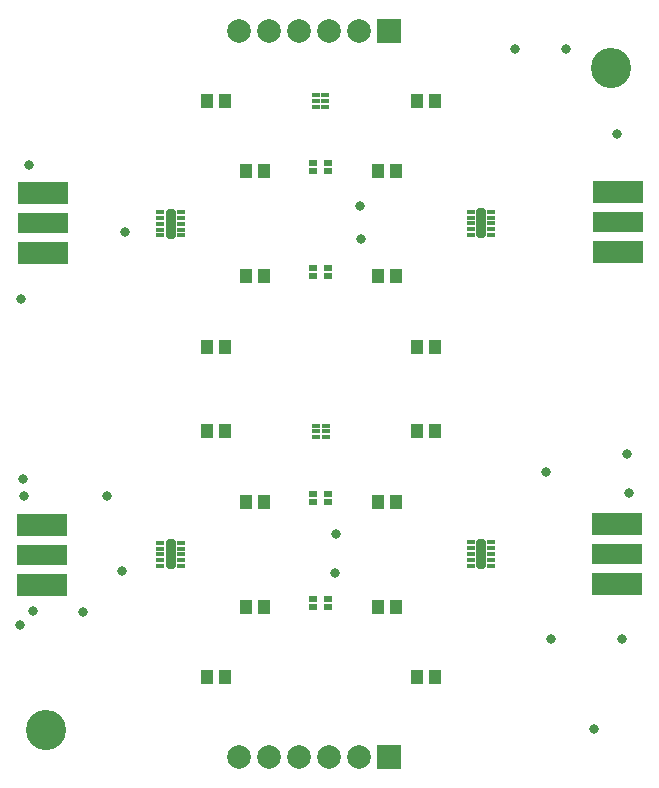
<source format=gts>
G04*
G04 #@! TF.GenerationSoftware,Altium Limited,Altium Designer,24.5.2 (23)*
G04*
G04 Layer_Color=8388736*
%FSLAX25Y25*%
%MOIN*%
G70*
G04*
G04 #@! TF.SameCoordinates,E566BAFE-53A3-49A5-9EFE-4B06B608819B*
G04*
G04*
G04 #@! TF.FilePolarity,Negative*
G04*
G01*
G75*
G04:AMPARAMS|DCode=20|XSize=33.86mil|YSize=98.43mil|CornerRadius=9.45mil|HoleSize=0mil|Usage=FLASHONLY|Rotation=180.000|XOffset=0mil|YOffset=0mil|HoleType=Round|Shape=RoundedRectangle|*
%AMROUNDEDRECTD20*
21,1,0.03386,0.07953,0,0,180.0*
21,1,0.01496,0.09843,0,0,180.0*
1,1,0.01890,-0.00748,0.03976*
1,1,0.01890,0.00748,0.03976*
1,1,0.01890,0.00748,-0.03976*
1,1,0.01890,-0.00748,-0.03976*
%
%ADD20ROUNDEDRECTD20*%
%ADD21R,0.02559X0.01378*%
%ADD22R,0.16800X0.07800*%
%ADD23R,0.16800X0.06800*%
%ADD24R,0.02769X0.02375*%
%ADD25R,0.03950X0.05131*%
%ADD26R,0.02638X0.01457*%
%ADD27C,0.13398*%
%ADD28C,0.07887*%
%ADD29R,0.07887X0.07887*%
%ADD30C,0.03200*%
D20*
X64527Y84252D02*
D03*
X167913Y194591D02*
D03*
X64468Y194528D02*
D03*
X167972Y84315D02*
D03*
D21*
X61083Y80315D02*
D03*
Y82284D02*
D03*
Y84252D02*
D03*
Y86221D02*
D03*
Y88189D02*
D03*
X67972Y80315D02*
D03*
Y82284D02*
D03*
Y84252D02*
D03*
Y86221D02*
D03*
Y88189D02*
D03*
X171358Y198528D02*
D03*
Y196559D02*
D03*
Y194591D02*
D03*
Y192622D02*
D03*
Y190654D02*
D03*
X164469Y198528D02*
D03*
Y196559D02*
D03*
Y194591D02*
D03*
Y192622D02*
D03*
Y190654D02*
D03*
X67913Y198465D02*
D03*
Y196496D02*
D03*
Y194528D02*
D03*
Y192559D02*
D03*
Y190591D02*
D03*
X61024Y198465D02*
D03*
Y196496D02*
D03*
Y194528D02*
D03*
Y192559D02*
D03*
Y190591D02*
D03*
X164527Y80378D02*
D03*
Y82346D02*
D03*
Y84315D02*
D03*
Y86283D02*
D03*
Y88252D02*
D03*
X171417Y80378D02*
D03*
Y82346D02*
D03*
Y84315D02*
D03*
Y86283D02*
D03*
Y88252D02*
D03*
D22*
X213538Y185016D02*
D03*
Y205016D02*
D03*
X213096Y74309D02*
D03*
Y94310D02*
D03*
X21915Y204646D02*
D03*
Y184646D02*
D03*
X21654Y74016D02*
D03*
Y94016D02*
D03*
D23*
X213538Y195016D02*
D03*
X213096Y84310D02*
D03*
X21915Y194646D02*
D03*
X21654Y84016D02*
D03*
D24*
X112008Y177008D02*
D03*
Y179764D02*
D03*
X116929D02*
D03*
Y177008D02*
D03*
X112008Y211929D02*
D03*
Y214685D02*
D03*
X116929D02*
D03*
Y211929D02*
D03*
X116988Y66732D02*
D03*
Y69488D02*
D03*
X112067D02*
D03*
Y66732D02*
D03*
X116988Y101674D02*
D03*
Y104430D02*
D03*
X112067D02*
D03*
Y101674D02*
D03*
D25*
X139421Y177028D02*
D03*
X133516D02*
D03*
X95421D02*
D03*
X89516D02*
D03*
X139421Y212028D02*
D03*
X133516D02*
D03*
X95421D02*
D03*
X89516D02*
D03*
X152421Y235528D02*
D03*
X146516D02*
D03*
X82421D02*
D03*
X76516D02*
D03*
X82480Y43252D02*
D03*
X76575D02*
D03*
X139480Y66752D02*
D03*
X133575D02*
D03*
X152480Y43252D02*
D03*
X146575D02*
D03*
X95480Y66752D02*
D03*
X89575D02*
D03*
X95480Y101752D02*
D03*
X89575D02*
D03*
X139480D02*
D03*
X133575D02*
D03*
X152480Y125252D02*
D03*
X146575D02*
D03*
X152421Y153528D02*
D03*
X146516D02*
D03*
X82421D02*
D03*
X76516D02*
D03*
X82480Y125252D02*
D03*
X76575D02*
D03*
D26*
X116043Y237441D02*
D03*
Y235472D02*
D03*
Y233504D02*
D03*
X112894Y237441D02*
D03*
Y235472D02*
D03*
Y233504D02*
D03*
X116102Y127220D02*
D03*
Y125252D02*
D03*
Y123284D02*
D03*
X112953Y127220D02*
D03*
Y125252D02*
D03*
Y123284D02*
D03*
D27*
X211328Y246552D02*
D03*
X22828Y25852D02*
D03*
D28*
X87109Y16595D02*
D03*
X127109D02*
D03*
X117109D02*
D03*
X107109D02*
D03*
X97109D02*
D03*
X97338Y258816D02*
D03*
X107338D02*
D03*
X117338D02*
D03*
X127338D02*
D03*
X87338D02*
D03*
D29*
X137109Y16595D02*
D03*
X137338Y258816D02*
D03*
D30*
X196327Y252752D02*
D03*
X179138Y252816D02*
D03*
X191138Y56016D02*
D03*
X205638Y26216D02*
D03*
X214938Y56016D02*
D03*
X216538Y117716D02*
D03*
X189638Y111816D02*
D03*
X213338Y224416D02*
D03*
X127638Y200316D02*
D03*
X217338Y104616D02*
D03*
X119238Y78016D02*
D03*
X119711Y90916D02*
D03*
X17115Y214146D02*
D03*
X127838Y189316D02*
D03*
X43215Y103701D02*
D03*
X14515Y169546D02*
D03*
X15515Y103646D02*
D03*
X18715Y65246D02*
D03*
X35215Y65046D02*
D03*
X14415Y60746D02*
D03*
X15415Y109446D02*
D03*
X49213Y191732D02*
D03*
X48228Y78843D02*
D03*
M02*

</source>
